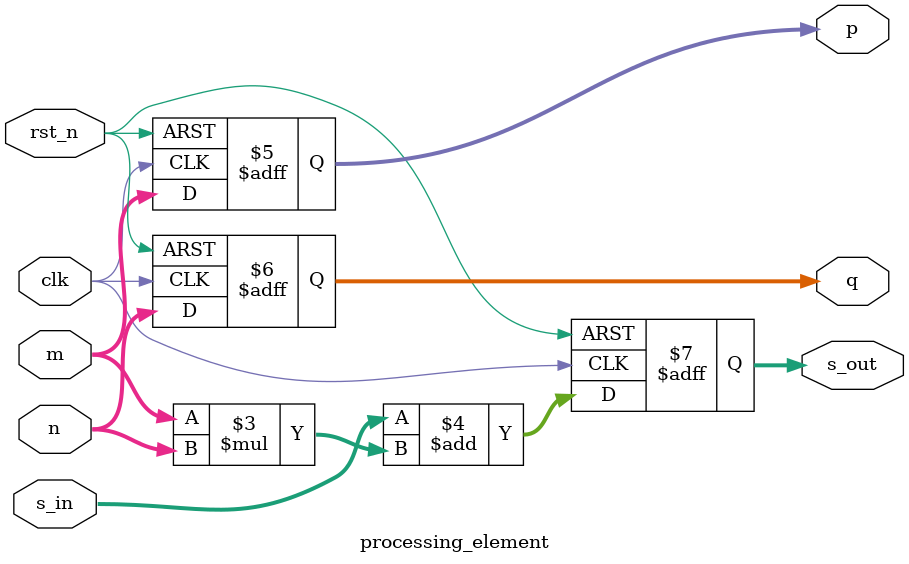
<source format=sv>

`timescale 1ns / 1ps

/**
 * Processing Element (PE) Module
 *
 * This module implements a single processing element for the systolic array.
 * Each PE performs multiplication and accumulation of input values, and
 * passes input values to adjacent PEs.
 * 
 * Inputs:
 *   - m: Input from left (matrix A element)
 *   - n: Input from top (matrix B element)
 *   - s_in: Accumulated sum input
 *
 * Outputs:
 *   - p: Passes m to the right
 *   - q: Passes n downward
 *   - s_out: Result of multiplication and accumulation
 */
module processing_element (
    input clk,                // Clock signal
    input rst_n,              // Asynchronous reset active low
    input [3:0] m,            // Input from left (matrix A element)
    input [3:0] n,            // Input from top (matrix B element)
    input [8:0] s_in,         // Accumulated sum input
    output logic [3:0] p,     // Output to right (pass-through for m)
    output logic [3:0] q,     // Output to bottom (pass-through for n)
    output logic [8:0] s_out  // Output result (accumulated sum)
);

/**
 * Process multiplication and accumulation
 * On each clock cycle:
 * - Multiply input values m and n
 * - Add product to accumulated sum s_in
 * - Pass input values to outputs p and q
 */
always_ff @(posedge clk or negedge rst_n) begin
    if(~rst_n) begin
        {s_out, p, q} <= '0;  // Reset all outputs
    end else begin
        // Calculate the accumulated sum and pass through inputs
        s_out <= s_in + (m * n);  // Multiply and accumulate
        {p,q} <= {m,n};           // Pass inputs to next PEs
    end
end

endmodule : processing_element

</source>
